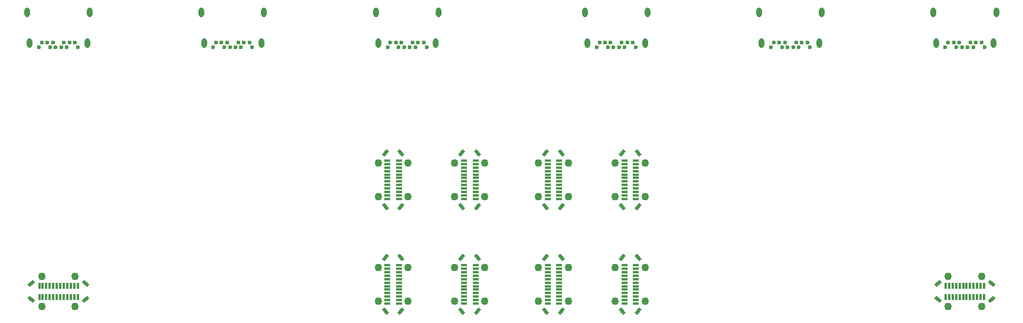
<source format=gbr>
%TF.GenerationSoftware,Altium Limited,Altium Designer,22.5.1 (42)*%
G04 Layer_Color=255*
%FSLAX26Y26*%
%MOIN*%
%TF.SameCoordinates,06390142-FE97-446B-9427-C7DC68BF18C4*%
%TF.FilePolarity,Positive*%
%TF.FileFunction,Pads,Top*%
%TF.Part,Single*%
G01*
G75*
%TA.AperFunction,SMDPad,CuDef*%
%ADD11R,0.033465X0.011811*%
G04:AMPARAMS|DCode=12|XSize=19.685mil|YSize=40.551mil|CornerRadius=0mil|HoleSize=0mil|Usage=FLASHONLY|Rotation=40.000|XOffset=0mil|YOffset=0mil|HoleType=Round|Shape=Rectangle|*
%AMROTATEDRECTD12*
4,1,4,0.005493,-0.021859,-0.020573,0.009205,-0.005493,0.021859,0.020573,-0.009205,0.005493,-0.021859,0.0*
%
%ADD12ROTATEDRECTD12*%

G04:AMPARAMS|DCode=13|XSize=19.685mil|YSize=40.551mil|CornerRadius=0mil|HoleSize=0mil|Usage=FLASHONLY|Rotation=140.000|XOffset=0mil|YOffset=0mil|HoleType=Round|Shape=Rectangle|*
%AMROTATEDRECTD13*
4,1,4,0.020573,0.009205,-0.005493,-0.021859,-0.020573,-0.009205,0.005493,0.021859,0.020573,0.009205,0.0*
%
%ADD13ROTATEDRECTD13*%

G04:AMPARAMS|DCode=14|XSize=19.685mil|YSize=40.551mil|CornerRadius=0mil|HoleSize=0mil|Usage=FLASHONLY|Rotation=50.000|XOffset=0mil|YOffset=0mil|HoleType=Round|Shape=Rectangle|*
%AMROTATEDRECTD14*
4,1,4,0.009205,-0.020573,-0.021859,0.005493,-0.009205,0.020573,0.021859,-0.005493,0.009205,-0.020573,0.0*
%
%ADD14ROTATEDRECTD14*%

G04:AMPARAMS|DCode=15|XSize=19.685mil|YSize=40.551mil|CornerRadius=0mil|HoleSize=0mil|Usage=FLASHONLY|Rotation=310.000|XOffset=0mil|YOffset=0mil|HoleType=Round|Shape=Rectangle|*
%AMROTATEDRECTD15*
4,1,4,-0.021859,-0.005493,0.009205,0.020573,0.021859,0.005493,-0.009205,-0.020573,-0.021859,-0.005493,0.0*
%
%ADD15ROTATEDRECTD15*%

%ADD16R,0.011811X0.033465*%
%TA.AperFunction,ComponentPad*%
%ADD20C,0.043307*%
%ADD21C,0.023622*%
%ADD22O,0.031496X0.055118*%
D11*
X3930315Y1722441D02*
D03*
Y1702756D02*
D03*
Y1683071D02*
D03*
Y1663386D02*
D03*
Y1643701D02*
D03*
Y1624016D02*
D03*
Y1604331D02*
D03*
Y1584646D02*
D03*
Y1564961D02*
D03*
Y1545276D02*
D03*
Y1525591D02*
D03*
Y1505906D02*
D03*
X3864961D02*
D03*
Y1525591D02*
D03*
Y1545276D02*
D03*
Y1564961D02*
D03*
Y1584646D02*
D03*
Y1604331D02*
D03*
Y1624016D02*
D03*
Y1643701D02*
D03*
Y1663386D02*
D03*
Y1683071D02*
D03*
Y1702756D02*
D03*
Y1722441D02*
D03*
X4835827Y1505906D02*
D03*
Y1525591D02*
D03*
Y1545276D02*
D03*
Y1564961D02*
D03*
Y1584646D02*
D03*
Y1604331D02*
D03*
Y1624016D02*
D03*
Y1643701D02*
D03*
Y1663386D02*
D03*
Y1683071D02*
D03*
Y1702756D02*
D03*
Y1722441D02*
D03*
X4770472D02*
D03*
Y1702756D02*
D03*
Y1683071D02*
D03*
Y1663386D02*
D03*
Y1643701D02*
D03*
Y1624016D02*
D03*
Y1604331D02*
D03*
Y1584646D02*
D03*
Y1564961D02*
D03*
Y1545276D02*
D03*
Y1525591D02*
D03*
Y1505906D02*
D03*
X4402756D02*
D03*
Y1525591D02*
D03*
Y1545276D02*
D03*
Y1564961D02*
D03*
Y1584646D02*
D03*
Y1604331D02*
D03*
Y1624016D02*
D03*
Y1643701D02*
D03*
Y1663386D02*
D03*
Y1683071D02*
D03*
Y1702756D02*
D03*
Y1722441D02*
D03*
X4337401D02*
D03*
Y1702756D02*
D03*
Y1683071D02*
D03*
Y1663386D02*
D03*
Y1643701D02*
D03*
Y1624016D02*
D03*
Y1604331D02*
D03*
Y1584646D02*
D03*
Y1564961D02*
D03*
Y1545276D02*
D03*
Y1525591D02*
D03*
Y1505906D02*
D03*
X4770472Y2312992D02*
D03*
Y2293307D02*
D03*
Y2273622D02*
D03*
Y2253937D02*
D03*
Y2234252D02*
D03*
Y2214567D02*
D03*
Y2194882D02*
D03*
Y2175197D02*
D03*
Y2155512D02*
D03*
Y2135827D02*
D03*
Y2116142D02*
D03*
Y2096457D02*
D03*
X4835827D02*
D03*
Y2116142D02*
D03*
Y2135827D02*
D03*
Y2155512D02*
D03*
Y2175197D02*
D03*
Y2194882D02*
D03*
Y2214567D02*
D03*
Y2234252D02*
D03*
Y2253937D02*
D03*
Y2273622D02*
D03*
Y2293307D02*
D03*
Y2312992D02*
D03*
X4402756Y2096457D02*
D03*
Y2116142D02*
D03*
Y2135827D02*
D03*
Y2155512D02*
D03*
Y2175197D02*
D03*
Y2194882D02*
D03*
Y2214567D02*
D03*
Y2234252D02*
D03*
Y2253937D02*
D03*
Y2273622D02*
D03*
Y2293307D02*
D03*
Y2312992D02*
D03*
X4337401D02*
D03*
Y2293307D02*
D03*
Y2273622D02*
D03*
Y2253937D02*
D03*
Y2234252D02*
D03*
Y2214567D02*
D03*
Y2194882D02*
D03*
Y2175197D02*
D03*
Y2155512D02*
D03*
Y2135827D02*
D03*
Y2116142D02*
D03*
Y2096457D02*
D03*
X3864961Y2312992D02*
D03*
Y2293307D02*
D03*
Y2273622D02*
D03*
Y2253937D02*
D03*
Y2234252D02*
D03*
Y2214567D02*
D03*
Y2194882D02*
D03*
Y2175197D02*
D03*
Y2155512D02*
D03*
Y2135827D02*
D03*
Y2116142D02*
D03*
Y2096457D02*
D03*
X3930315D02*
D03*
Y2116142D02*
D03*
Y2135827D02*
D03*
Y2155512D02*
D03*
Y2175197D02*
D03*
Y2194882D02*
D03*
Y2214567D02*
D03*
Y2234252D02*
D03*
Y2253937D02*
D03*
Y2273622D02*
D03*
Y2293307D02*
D03*
Y2312992D02*
D03*
X3497244Y2096457D02*
D03*
Y2116142D02*
D03*
Y2135827D02*
D03*
Y2155512D02*
D03*
Y2175197D02*
D03*
Y2194882D02*
D03*
Y2214567D02*
D03*
Y2234252D02*
D03*
Y2253937D02*
D03*
Y2273622D02*
D03*
Y2293307D02*
D03*
Y2312992D02*
D03*
X3431890D02*
D03*
Y2293307D02*
D03*
Y2273622D02*
D03*
Y2253937D02*
D03*
Y2234252D02*
D03*
Y2214567D02*
D03*
Y2194882D02*
D03*
Y2175197D02*
D03*
Y2155512D02*
D03*
Y2135827D02*
D03*
Y2116142D02*
D03*
Y2096457D02*
D03*
Y1722441D02*
D03*
Y1702756D02*
D03*
Y1683071D02*
D03*
Y1663386D02*
D03*
Y1643701D02*
D03*
Y1624016D02*
D03*
Y1604331D02*
D03*
Y1584646D02*
D03*
Y1564961D02*
D03*
Y1545276D02*
D03*
Y1525591D02*
D03*
Y1505906D02*
D03*
X3497244D02*
D03*
Y1525591D02*
D03*
Y1545276D02*
D03*
Y1564961D02*
D03*
Y1584646D02*
D03*
Y1604331D02*
D03*
Y1624016D02*
D03*
Y1643701D02*
D03*
Y1663386D02*
D03*
Y1683071D02*
D03*
Y1702756D02*
D03*
Y1722441D02*
D03*
D12*
X3852953Y1461417D02*
D03*
X3942323Y1766929D02*
D03*
X4758465Y1461417D02*
D03*
X4847835Y1766929D02*
D03*
X4325394Y1461417D02*
D03*
X4414764Y1766929D02*
D03*
X4847835Y2357480D02*
D03*
X4758465Y2051968D02*
D03*
X4325394D02*
D03*
X4414764Y2357480D02*
D03*
X3942323D02*
D03*
X3852953Y2051968D02*
D03*
X3419882D02*
D03*
X3509252Y2357480D02*
D03*
Y1766929D02*
D03*
X3419882Y1461417D02*
D03*
D13*
X3942323D02*
D03*
X3852953Y1766929D02*
D03*
X4847835Y1461417D02*
D03*
X4758465Y1766929D02*
D03*
X4414764Y1461417D02*
D03*
X4325394Y1766929D02*
D03*
X4758465Y2357480D02*
D03*
X4847835Y2051968D02*
D03*
X4414764D02*
D03*
X4325394Y2357480D02*
D03*
X3852953D02*
D03*
X3942323Y2051968D02*
D03*
X3509252D02*
D03*
X3419882Y2357480D02*
D03*
Y1766929D02*
D03*
X3509252Y1461417D02*
D03*
D14*
X6540158Y1530118D02*
D03*
X6845669Y1619488D02*
D03*
X1422047Y1530118D02*
D03*
X1727559Y1619488D02*
D03*
D15*
X6540158D02*
D03*
X6845669Y1530118D02*
D03*
X1422047Y1619488D02*
D03*
X1727559Y1530118D02*
D03*
D16*
X6584646Y1542126D02*
D03*
X6604331D02*
D03*
X6624016D02*
D03*
X6643701D02*
D03*
X6663386D02*
D03*
X6683071D02*
D03*
X6702756D02*
D03*
X6722441D02*
D03*
X6742126D02*
D03*
X6761811D02*
D03*
X6781496D02*
D03*
X6801181D02*
D03*
Y1607480D02*
D03*
X6781496D02*
D03*
X6761811D02*
D03*
X6742126D02*
D03*
X6722441D02*
D03*
X6702756D02*
D03*
X6683071D02*
D03*
X6663386D02*
D03*
X6643701D02*
D03*
X6624016D02*
D03*
X6604331D02*
D03*
X6584646D02*
D03*
X1466535Y1542126D02*
D03*
X1486220D02*
D03*
X1505906D02*
D03*
X1525591D02*
D03*
X1545275D02*
D03*
X1564961D02*
D03*
X1584646D02*
D03*
X1604331D02*
D03*
X1624016D02*
D03*
X1643701D02*
D03*
X1663386D02*
D03*
X1683071D02*
D03*
Y1607480D02*
D03*
X1663386D02*
D03*
X1643701D02*
D03*
X1624016D02*
D03*
X1604331D02*
D03*
X1584646D02*
D03*
X1564961D02*
D03*
X1545275D02*
D03*
X1525591D02*
D03*
X1505906D02*
D03*
X1486220D02*
D03*
X1466535D02*
D03*
D20*
X3812992Y1708661D02*
D03*
Y1519685D02*
D03*
X3982284D02*
D03*
Y1708661D02*
D03*
X6598425Y1659449D02*
D03*
X6787402D02*
D03*
Y1490157D02*
D03*
X6598425D02*
D03*
X4718504Y1519685D02*
D03*
Y1708661D02*
D03*
X4887795D02*
D03*
Y1519685D02*
D03*
X4285433D02*
D03*
Y1708661D02*
D03*
X4454724D02*
D03*
Y1519685D02*
D03*
X4887795Y2299213D02*
D03*
Y2110236D02*
D03*
X4718504D02*
D03*
Y2299213D02*
D03*
X4285433Y2110236D02*
D03*
Y2299213D02*
D03*
X4454724D02*
D03*
Y2110236D02*
D03*
X3982284Y2299213D02*
D03*
Y2110236D02*
D03*
X3812992D02*
D03*
Y2299213D02*
D03*
X3379921Y2110236D02*
D03*
Y2299213D02*
D03*
X3549213D02*
D03*
Y2110236D02*
D03*
X1480315Y1659449D02*
D03*
X1669291D02*
D03*
Y1490157D02*
D03*
X1480315D02*
D03*
X3549213Y1708661D02*
D03*
Y1519685D02*
D03*
X3379921D02*
D03*
Y1708661D02*
D03*
D21*
X4834645Y2953150D02*
D03*
X4818897Y2980709D02*
D03*
X4787401D02*
D03*
X4771653Y2953150D02*
D03*
X4755905Y2980709D02*
D03*
X4740157Y2953150D02*
D03*
X4708661D02*
D03*
X4692913Y2980709D02*
D03*
X4677165Y2953150D02*
D03*
X4661417Y2980709D02*
D03*
X4629921D02*
D03*
X4614173Y2953150D02*
D03*
X6803149D02*
D03*
X6787401Y2980709D02*
D03*
X6755905D02*
D03*
X6740157Y2953150D02*
D03*
X6724409Y2980709D02*
D03*
X6708661Y2953150D02*
D03*
X6677165D02*
D03*
X6661417Y2980709D02*
D03*
X6645669Y2953150D02*
D03*
X6629921Y2980709D02*
D03*
X6598425D02*
D03*
X6582677Y2953150D02*
D03*
X5818897D02*
D03*
X5803149Y2980709D02*
D03*
X5771653D02*
D03*
X5755905Y2953150D02*
D03*
X5740157Y2980709D02*
D03*
X5724409Y2953150D02*
D03*
X5692913D02*
D03*
X5677165Y2980709D02*
D03*
X5661417Y2953150D02*
D03*
X5645669Y2980709D02*
D03*
X5614173D02*
D03*
X5598425Y2953150D02*
D03*
X3653543D02*
D03*
X3637795Y2980709D02*
D03*
X3606299D02*
D03*
X3590551Y2953150D02*
D03*
X3574803Y2980709D02*
D03*
X3559055Y2953150D02*
D03*
X3527559D02*
D03*
X3511810Y2980709D02*
D03*
X3496062Y2953150D02*
D03*
X3480314Y2980709D02*
D03*
X3448818D02*
D03*
X3433070Y2953150D02*
D03*
X2669291D02*
D03*
X2653543Y2980709D02*
D03*
X2622047D02*
D03*
X2606299Y2953150D02*
D03*
X2590551Y2980709D02*
D03*
X2574802Y2953150D02*
D03*
X2543307D02*
D03*
X2527558Y2980709D02*
D03*
X2511810Y2953150D02*
D03*
X2496062Y2980709D02*
D03*
X2464566D02*
D03*
X2448818Y2953150D02*
D03*
X1685039D02*
D03*
X1669291Y2980709D02*
D03*
X1637795D02*
D03*
X1622047Y2953150D02*
D03*
X1606299Y2980709D02*
D03*
X1590551Y2953150D02*
D03*
X1559054D02*
D03*
X1543306Y2980709D02*
D03*
X1527558Y2953150D02*
D03*
X1511810Y2980709D02*
D03*
X1480314D02*
D03*
X1464566Y2953150D02*
D03*
D22*
X4901181Y3149606D02*
D03*
X4547637D02*
D03*
X4561810Y2976378D02*
D03*
X4887007D02*
D03*
X6869685Y3149606D02*
D03*
X6516141D02*
D03*
X6530314Y2976378D02*
D03*
X6855511D02*
D03*
X5885432Y3149606D02*
D03*
X5531889D02*
D03*
X5546062Y2976378D02*
D03*
X5871259D02*
D03*
X3720078Y3149606D02*
D03*
X3366535D02*
D03*
X3380708Y2976378D02*
D03*
X3705905D02*
D03*
X2735826Y3149606D02*
D03*
X2382283D02*
D03*
X2396456Y2976378D02*
D03*
X2721653D02*
D03*
X1751574Y3149606D02*
D03*
X1398031D02*
D03*
X1412204Y2976378D02*
D03*
X1737401D02*
D03*
%TF.MD5,b2c788dda6ea08109382e9243a5cfbea*%
M02*

</source>
